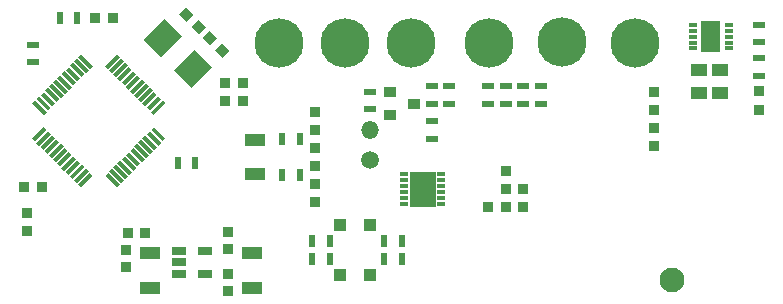
<source format=gts>
G04 #@! TF.FileFunction,Soldermask,Top*
%FSLAX46Y46*%
G04 Gerber Fmt 4.6, Leading zero omitted, Abs format (unit mm)*
G04 Created by KiCad (PCBNEW 4.0.6-e0-6349~53~ubuntu16.04.1) date Sun Jul  9 20:30:41 2017*
%MOMM*%
%LPD*%
G01*
G04 APERTURE LIST*
%ADD10C,0.100000*%
%ADD11R,1.100000X1.100000*%
%ADD12R,1.000000X0.900000*%
%ADD13R,0.750000X0.400000*%
%ADD14R,0.875000X1.340000*%
%ADD15R,1.160000X0.750000*%
%ADD16C,4.164000*%
%ADD17R,1.150000X1.530000*%
%ADD18R,1.350000X1.100000*%
%ADD19R,0.850000X0.900000*%
%ADD20R,0.900000X0.850000*%
%ADD21R,1.700000X1.100000*%
%ADD22R,0.900000X0.900000*%
%ADD23R,1.000000X0.600000*%
%ADD24R,0.600000X1.000000*%
%ADD25R,1.800000X1.000000*%
%ADD26C,1.500000*%
%ADD27O,1.500000X1.500000*%
%ADD28C,2.100000*%
G04 APERTURE END LIST*
D10*
D11*
X138250000Y-100750000D03*
X135750000Y-100750000D03*
D12*
X140000000Y-89550000D03*
X140000000Y-91450000D03*
X142000000Y-90500000D03*
D13*
X165582000Y-83836000D03*
X165582000Y-84336000D03*
X165582000Y-84836000D03*
X165582000Y-85336000D03*
X165582000Y-85836000D03*
X168682000Y-85836000D03*
X168682000Y-85336000D03*
X168682000Y-84836000D03*
X168682000Y-84336000D03*
X168682000Y-83836000D03*
D14*
X167519500Y-85456000D03*
X167519500Y-84216000D03*
X166744500Y-85456000D03*
X166744500Y-84216000D03*
D15*
X122083000Y-102994000D03*
X122083000Y-103944000D03*
X122083000Y-104894000D03*
X124283000Y-104894000D03*
X124283000Y-102994000D03*
D10*
G36*
X120707689Y-90197911D02*
X120955176Y-90445398D01*
X119965227Y-91435347D01*
X119717740Y-91187860D01*
X120707689Y-90197911D01*
X120707689Y-90197911D01*
G37*
G36*
X120354136Y-89844358D02*
X120601623Y-90091845D01*
X119611674Y-91081794D01*
X119364187Y-90834307D01*
X120354136Y-89844358D01*
X120354136Y-89844358D01*
G37*
G36*
X120000582Y-89490804D02*
X120248069Y-89738291D01*
X119258120Y-90728240D01*
X119010633Y-90480753D01*
X120000582Y-89490804D01*
X120000582Y-89490804D01*
G37*
G36*
X119647029Y-89137251D02*
X119894516Y-89384738D01*
X118904567Y-90374687D01*
X118657080Y-90127200D01*
X119647029Y-89137251D01*
X119647029Y-89137251D01*
G37*
G36*
X119293476Y-88783698D02*
X119540963Y-89031185D01*
X118551014Y-90021134D01*
X118303527Y-89773647D01*
X119293476Y-88783698D01*
X119293476Y-88783698D01*
G37*
G36*
X118939922Y-88430144D02*
X119187409Y-88677631D01*
X118197460Y-89667580D01*
X117949973Y-89420093D01*
X118939922Y-88430144D01*
X118939922Y-88430144D01*
G37*
G36*
X118586369Y-88076591D02*
X118833856Y-88324078D01*
X117843907Y-89314027D01*
X117596420Y-89066540D01*
X118586369Y-88076591D01*
X118586369Y-88076591D01*
G37*
G36*
X118232815Y-87723037D02*
X118480302Y-87970524D01*
X117490353Y-88960473D01*
X117242866Y-88712986D01*
X118232815Y-87723037D01*
X118232815Y-87723037D01*
G37*
G36*
X117879262Y-87369484D02*
X118126749Y-87616971D01*
X117136800Y-88606920D01*
X116889313Y-88359433D01*
X117879262Y-87369484D01*
X117879262Y-87369484D01*
G37*
G36*
X117525709Y-87015931D02*
X117773196Y-87263418D01*
X116783247Y-88253367D01*
X116535760Y-88005880D01*
X117525709Y-87015931D01*
X117525709Y-87015931D01*
G37*
G36*
X117172155Y-86662377D02*
X117419642Y-86909864D01*
X116429693Y-87899813D01*
X116182206Y-87652326D01*
X117172155Y-86662377D01*
X117172155Y-86662377D01*
G37*
G36*
X116818602Y-86308824D02*
X117066089Y-86556311D01*
X116076140Y-87546260D01*
X115828653Y-87298773D01*
X116818602Y-86308824D01*
X116818602Y-86308824D01*
G37*
G36*
X113565911Y-86556311D02*
X113813398Y-86308824D01*
X114803347Y-87298773D01*
X114555860Y-87546260D01*
X113565911Y-86556311D01*
X113565911Y-86556311D01*
G37*
G36*
X113212358Y-86909864D02*
X113459845Y-86662377D01*
X114449794Y-87652326D01*
X114202307Y-87899813D01*
X113212358Y-86909864D01*
X113212358Y-86909864D01*
G37*
G36*
X112858804Y-87263418D02*
X113106291Y-87015931D01*
X114096240Y-88005880D01*
X113848753Y-88253367D01*
X112858804Y-87263418D01*
X112858804Y-87263418D01*
G37*
G36*
X112505251Y-87616971D02*
X112752738Y-87369484D01*
X113742687Y-88359433D01*
X113495200Y-88606920D01*
X112505251Y-87616971D01*
X112505251Y-87616971D01*
G37*
G36*
X112151698Y-87970524D02*
X112399185Y-87723037D01*
X113389134Y-88712986D01*
X113141647Y-88960473D01*
X112151698Y-87970524D01*
X112151698Y-87970524D01*
G37*
G36*
X111798144Y-88324078D02*
X112045631Y-88076591D01*
X113035580Y-89066540D01*
X112788093Y-89314027D01*
X111798144Y-88324078D01*
X111798144Y-88324078D01*
G37*
G36*
X111444591Y-88677631D02*
X111692078Y-88430144D01*
X112682027Y-89420093D01*
X112434540Y-89667580D01*
X111444591Y-88677631D01*
X111444591Y-88677631D01*
G37*
G36*
X111091037Y-89031185D02*
X111338524Y-88783698D01*
X112328473Y-89773647D01*
X112080986Y-90021134D01*
X111091037Y-89031185D01*
X111091037Y-89031185D01*
G37*
G36*
X110737484Y-89384738D02*
X110984971Y-89137251D01*
X111974920Y-90127200D01*
X111727433Y-90374687D01*
X110737484Y-89384738D01*
X110737484Y-89384738D01*
G37*
G36*
X110383931Y-89738291D02*
X110631418Y-89490804D01*
X111621367Y-90480753D01*
X111373880Y-90728240D01*
X110383931Y-89738291D01*
X110383931Y-89738291D01*
G37*
G36*
X110030377Y-90091845D02*
X110277864Y-89844358D01*
X111267813Y-90834307D01*
X111020326Y-91081794D01*
X110030377Y-90091845D01*
X110030377Y-90091845D01*
G37*
G36*
X109676824Y-90445398D02*
X109924311Y-90197911D01*
X110914260Y-91187860D01*
X110666773Y-91435347D01*
X109676824Y-90445398D01*
X109676824Y-90445398D01*
G37*
G36*
X110666773Y-92460653D02*
X110914260Y-92708140D01*
X109924311Y-93698089D01*
X109676824Y-93450602D01*
X110666773Y-92460653D01*
X110666773Y-92460653D01*
G37*
G36*
X111020326Y-92814206D02*
X111267813Y-93061693D01*
X110277864Y-94051642D01*
X110030377Y-93804155D01*
X111020326Y-92814206D01*
X111020326Y-92814206D01*
G37*
G36*
X111373880Y-93167760D02*
X111621367Y-93415247D01*
X110631418Y-94405196D01*
X110383931Y-94157709D01*
X111373880Y-93167760D01*
X111373880Y-93167760D01*
G37*
G36*
X111727433Y-93521313D02*
X111974920Y-93768800D01*
X110984971Y-94758749D01*
X110737484Y-94511262D01*
X111727433Y-93521313D01*
X111727433Y-93521313D01*
G37*
G36*
X112080986Y-93874866D02*
X112328473Y-94122353D01*
X111338524Y-95112302D01*
X111091037Y-94864815D01*
X112080986Y-93874866D01*
X112080986Y-93874866D01*
G37*
G36*
X112434540Y-94228420D02*
X112682027Y-94475907D01*
X111692078Y-95465856D01*
X111444591Y-95218369D01*
X112434540Y-94228420D01*
X112434540Y-94228420D01*
G37*
G36*
X112788093Y-94581973D02*
X113035580Y-94829460D01*
X112045631Y-95819409D01*
X111798144Y-95571922D01*
X112788093Y-94581973D01*
X112788093Y-94581973D01*
G37*
G36*
X113141647Y-94935527D02*
X113389134Y-95183014D01*
X112399185Y-96172963D01*
X112151698Y-95925476D01*
X113141647Y-94935527D01*
X113141647Y-94935527D01*
G37*
G36*
X113495200Y-95289080D02*
X113742687Y-95536567D01*
X112752738Y-96526516D01*
X112505251Y-96279029D01*
X113495200Y-95289080D01*
X113495200Y-95289080D01*
G37*
G36*
X113848753Y-95642633D02*
X114096240Y-95890120D01*
X113106291Y-96880069D01*
X112858804Y-96632582D01*
X113848753Y-95642633D01*
X113848753Y-95642633D01*
G37*
G36*
X114202307Y-95996187D02*
X114449794Y-96243674D01*
X113459845Y-97233623D01*
X113212358Y-96986136D01*
X114202307Y-95996187D01*
X114202307Y-95996187D01*
G37*
G36*
X114555860Y-96349740D02*
X114803347Y-96597227D01*
X113813398Y-97587176D01*
X113565911Y-97339689D01*
X114555860Y-96349740D01*
X114555860Y-96349740D01*
G37*
G36*
X115828653Y-96597227D02*
X116076140Y-96349740D01*
X117066089Y-97339689D01*
X116818602Y-97587176D01*
X115828653Y-96597227D01*
X115828653Y-96597227D01*
G37*
G36*
X116182206Y-96243674D02*
X116429693Y-95996187D01*
X117419642Y-96986136D01*
X117172155Y-97233623D01*
X116182206Y-96243674D01*
X116182206Y-96243674D01*
G37*
G36*
X116535760Y-95890120D02*
X116783247Y-95642633D01*
X117773196Y-96632582D01*
X117525709Y-96880069D01*
X116535760Y-95890120D01*
X116535760Y-95890120D01*
G37*
G36*
X116889313Y-95536567D02*
X117136800Y-95289080D01*
X118126749Y-96279029D01*
X117879262Y-96526516D01*
X116889313Y-95536567D01*
X116889313Y-95536567D01*
G37*
G36*
X117242866Y-95183014D02*
X117490353Y-94935527D01*
X118480302Y-95925476D01*
X118232815Y-96172963D01*
X117242866Y-95183014D01*
X117242866Y-95183014D01*
G37*
G36*
X117596420Y-94829460D02*
X117843907Y-94581973D01*
X118833856Y-95571922D01*
X118586369Y-95819409D01*
X117596420Y-94829460D01*
X117596420Y-94829460D01*
G37*
G36*
X117949973Y-94475907D02*
X118197460Y-94228420D01*
X119187409Y-95218369D01*
X118939922Y-95465856D01*
X117949973Y-94475907D01*
X117949973Y-94475907D01*
G37*
G36*
X118303527Y-94122353D02*
X118551014Y-93874866D01*
X119540963Y-94864815D01*
X119293476Y-95112302D01*
X118303527Y-94122353D01*
X118303527Y-94122353D01*
G37*
G36*
X118657080Y-93768800D02*
X118904567Y-93521313D01*
X119894516Y-94511262D01*
X119647029Y-94758749D01*
X118657080Y-93768800D01*
X118657080Y-93768800D01*
G37*
G36*
X119010633Y-93415247D02*
X119258120Y-93167760D01*
X120248069Y-94157709D01*
X120000582Y-94405196D01*
X119010633Y-93415247D01*
X119010633Y-93415247D01*
G37*
G36*
X119364187Y-93061693D02*
X119611674Y-92814206D01*
X120601623Y-93804155D01*
X120354136Y-94051642D01*
X119364187Y-93061693D01*
X119364187Y-93061693D01*
G37*
G36*
X119717740Y-92708140D02*
X119965227Y-92460653D01*
X120955176Y-93450602D01*
X120707689Y-93698089D01*
X119717740Y-92708140D01*
X119717740Y-92708140D01*
G37*
D16*
X154500000Y-85250000D03*
X148336000Y-85344000D03*
X141750000Y-85344000D03*
X160740864Y-85344000D03*
D13*
X141192500Y-96493000D03*
X141192500Y-96993000D03*
X141192500Y-97493000D03*
X141192500Y-97993000D03*
X141192500Y-98493000D03*
X144292500Y-98493000D03*
X144292500Y-97993000D03*
X144292500Y-97493000D03*
X144292500Y-96993000D03*
X144292500Y-96493000D03*
D17*
X143245000Y-98458000D03*
X143263000Y-97028000D03*
X142242500Y-98458000D03*
X142240000Y-97028000D03*
D13*
X141192500Y-98993000D03*
X144292500Y-98993000D03*
D18*
X167894000Y-89646000D03*
X167894000Y-87646000D03*
X166116000Y-89646000D03*
X166116000Y-87646000D03*
D19*
X127500000Y-88750000D03*
X127500000Y-90250000D03*
X126000000Y-90250000D03*
X126000000Y-88750000D03*
X162314000Y-89548000D03*
X162314000Y-91048000D03*
X162314000Y-92596000D03*
X162314000Y-94096000D03*
X133604000Y-95746000D03*
X133604000Y-94246000D03*
X133604000Y-92698000D03*
X133604000Y-91198000D03*
X133604000Y-97294000D03*
X133604000Y-98794000D03*
D20*
X148250000Y-99250000D03*
X149750000Y-99250000D03*
D19*
X151250000Y-97750000D03*
X151250000Y-99250000D03*
X149750000Y-97750000D03*
X149750000Y-96250000D03*
D21*
X119670000Y-103140000D03*
X119670000Y-106140000D03*
D10*
G36*
X126368718Y-86017678D02*
X125767678Y-86618718D01*
X125131282Y-85982322D01*
X125732322Y-85381282D01*
X126368718Y-86017678D01*
X126368718Y-86017678D01*
G37*
G36*
X125308058Y-84957018D02*
X124707018Y-85558058D01*
X124070622Y-84921662D01*
X124671662Y-84320622D01*
X125308058Y-84957018D01*
X125308058Y-84957018D01*
G37*
D19*
X117638000Y-102874000D03*
X117638000Y-104374000D03*
D10*
G36*
X122100952Y-82951992D02*
X122701992Y-82350952D01*
X123338388Y-82987348D01*
X122737348Y-83588388D01*
X122100952Y-82951992D01*
X122100952Y-82951992D01*
G37*
G36*
X123161612Y-84012652D02*
X123762652Y-83411612D01*
X124399048Y-84048008D01*
X123798008Y-84649048D01*
X123161612Y-84012652D01*
X123161612Y-84012652D01*
G37*
D20*
X117750000Y-101500000D03*
X119250000Y-101500000D03*
D19*
X126274000Y-104906000D03*
X126274000Y-106406000D03*
D21*
X128306000Y-103140000D03*
X128306000Y-106140000D03*
D19*
X126274000Y-102850000D03*
X126274000Y-101350000D03*
D20*
X115000000Y-83250000D03*
X116500000Y-83250000D03*
X110478000Y-97536000D03*
X108978000Y-97536000D03*
D19*
X109250000Y-99750000D03*
X109250000Y-101250000D03*
D22*
X171196000Y-91008000D03*
X171196000Y-89408000D03*
D23*
X171196000Y-88126000D03*
X171196000Y-86626000D03*
X171196000Y-83820000D03*
X171196000Y-85320000D03*
X143500000Y-93500000D03*
X143500000Y-92000000D03*
X138250000Y-91000000D03*
X138250000Y-89500000D03*
D24*
X133362000Y-102108000D03*
X134862000Y-102108000D03*
X133362000Y-103632000D03*
X134862000Y-103632000D03*
D23*
X143500000Y-89000000D03*
X143500000Y-90500000D03*
D24*
X139458000Y-102108000D03*
X140958000Y-102108000D03*
X139458000Y-103632000D03*
X140958000Y-103632000D03*
D23*
X149750000Y-89000000D03*
X149750000Y-90500000D03*
D24*
X132322000Y-93472000D03*
X130822000Y-93472000D03*
D25*
X128524000Y-93546000D03*
X128524000Y-96446000D03*
D23*
X151250000Y-89000000D03*
X151250000Y-90500000D03*
X145000000Y-89000000D03*
X145000000Y-90500000D03*
D24*
X132322000Y-96520000D03*
X130822000Y-96520000D03*
D23*
X152750000Y-90500000D03*
X152750000Y-89000000D03*
X148250000Y-90500000D03*
X148250000Y-89000000D03*
D24*
X123500000Y-95500000D03*
X122000000Y-95500000D03*
D23*
X109750000Y-85500000D03*
X109750000Y-87000000D03*
D24*
X112000000Y-83250000D03*
X113500000Y-83250000D03*
D26*
X138250000Y-95250000D03*
D27*
X138250000Y-92710000D03*
D10*
G36*
X124934494Y-87416727D02*
X123166727Y-89184494D01*
X121681802Y-87699569D01*
X123449569Y-85931802D01*
X124934494Y-87416727D01*
X124934494Y-87416727D01*
G37*
G36*
X122318198Y-84800431D02*
X120550431Y-86568198D01*
X119065506Y-85083273D01*
X120833273Y-83315506D01*
X122318198Y-84800431D01*
X122318198Y-84800431D01*
G37*
D16*
X136144000Y-85344000D03*
X130556000Y-85344000D03*
D11*
X138250000Y-105000000D03*
X135750000Y-105000000D03*
D28*
X163830000Y-105410000D03*
M02*

</source>
